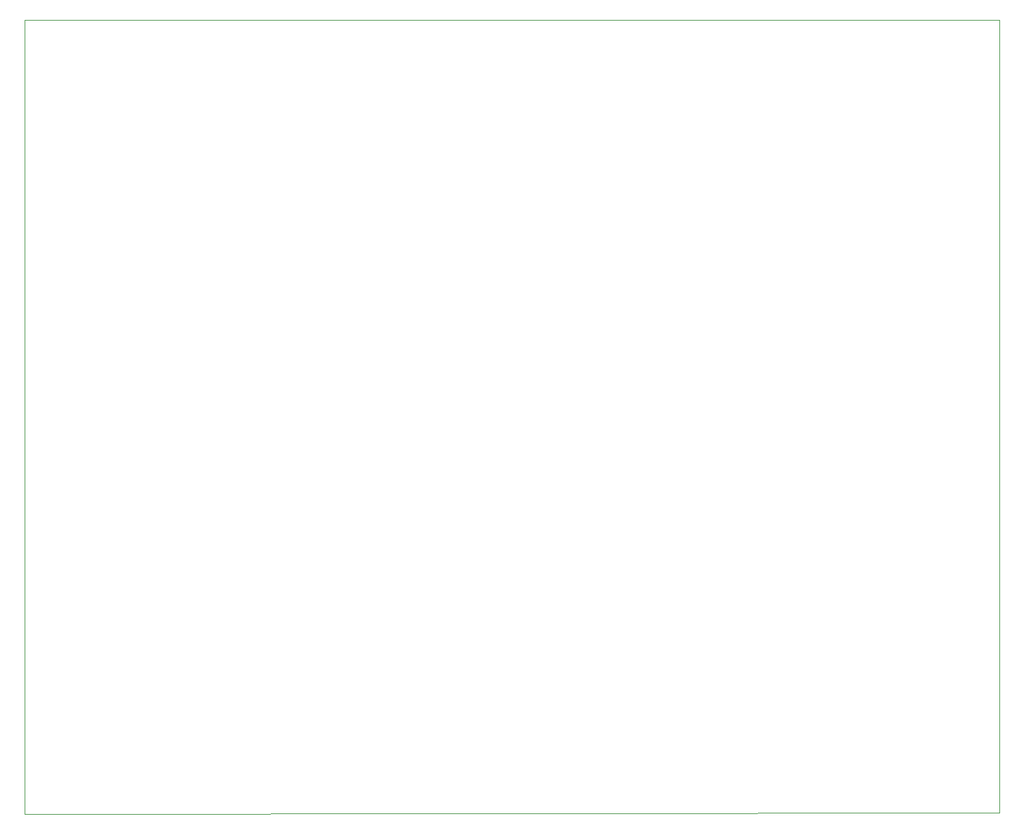
<source format=gbr>
%TF.GenerationSoftware,KiCad,Pcbnew,(5.99.0-9634-gb691c18bfc)*%
%TF.CreationDate,2021-03-07T16:09:04+01:00*%
%TF.ProjectId,keychordz,6b657963-686f-4726-947a-2e6b69636164,rev?*%
%TF.SameCoordinates,Original*%
%TF.FileFunction,Profile,NP*%
%FSLAX46Y46*%
G04 Gerber Fmt 4.6, Leading zero omitted, Abs format (unit mm)*
G04 Created by KiCad (PCBNEW (5.99.0-9634-gb691c18bfc)) date 2021-03-07 16:09:04*
%MOMM*%
%LPD*%
G01*
G04 APERTURE LIST*
%TA.AperFunction,Profile*%
%ADD10C,0.100000*%
%TD*%
G04 APERTURE END LIST*
D10*
X136000000Y-12000000D02*
X136000000Y-112950000D01*
X136000000Y-112950000D02*
X12000000Y-113050000D01*
X136000000Y-12000000D02*
X12000000Y-12000000D01*
X12000000Y-12000000D02*
X12000000Y-113050000D01*
M02*

</source>
